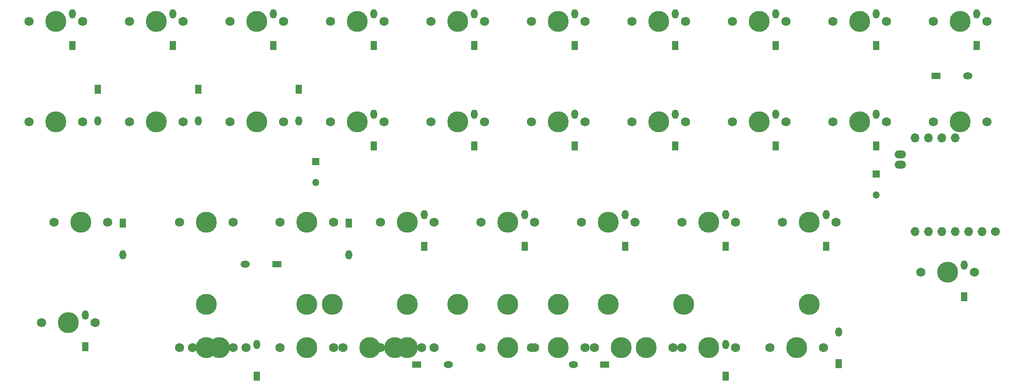
<source format=gbr>
%TF.GenerationSoftware,KiCad,Pcbnew,(7.0.0)*%
%TF.CreationDate,2024-02-27T19:35:31+01:00*%
%TF.ProjectId,pandemonium,70616e64-656d-46f6-9e69-756d2e6b6963,rev?*%
%TF.SameCoordinates,Original*%
%TF.FileFunction,Soldermask,Top*%
%TF.FilePolarity,Negative*%
%FSLAX46Y46*%
G04 Gerber Fmt 4.6, Leading zero omitted, Abs format (unit mm)*
G04 Created by KiCad (PCBNEW (7.0.0)) date 2024-02-27 19:35:31*
%MOMM*%
%LPD*%
G01*
G04 APERTURE LIST*
%ADD10C,1.750000*%
%ADD11C,3.987800*%
%ADD12R,1.350000X1.350000*%
%ADD13O,1.350000X1.350000*%
%ADD14R,1.300000X1.778000*%
%ADD15O,1.300000X1.778000*%
%ADD16C,1.700000*%
%ADD17O,1.700000X1.700000*%
%ADD18O,2.200000X1.500000*%
%ADD19R,1.778000X1.300000*%
%ADD20O,1.778000X1.300000*%
G04 APERTURE END LIST*
D10*
%TO.C,MX42*%
X143351250Y-95250000D03*
D11*
X148431250Y-95250000D03*
D10*
X153511250Y-95250000D03*
%TD*%
%TO.C,MX14*%
X64770000Y-95250000D03*
D11*
X69850000Y-95250000D03*
D10*
X74930000Y-95250000D03*
%TD*%
%TO.C,MX5*%
X51117500Y-71437500D03*
D11*
X46037500Y-71437500D03*
D10*
X40957500Y-71437500D03*
%TD*%
%TO.C,MX12*%
X74930000Y-71437500D03*
D11*
X69850000Y-71437500D03*
D10*
X64770000Y-71437500D03*
%TD*%
D11*
%TO.C,S2*%
X127000000Y-86995000D03*
X88900000Y-86995000D03*
%TD*%
D10*
%TO.C,MX35*%
X83820000Y-95250000D03*
D11*
X88900000Y-95250000D03*
D10*
X93980000Y-95250000D03*
%TD*%
%TO.C,MX43*%
X148113750Y-95250000D03*
D11*
X153193750Y-95250000D03*
D10*
X158273750Y-95250000D03*
%TD*%
%TO.C,MX26*%
X102870000Y-71437500D03*
D11*
X107950000Y-71437500D03*
D10*
X113030000Y-71437500D03*
%TD*%
%TO.C,MX16*%
X169545000Y-33337500D03*
D11*
X174625000Y-33337500D03*
D10*
X179705000Y-33337500D03*
%TD*%
%TO.C,MX31*%
X112395000Y-52387500D03*
D11*
X117475000Y-52387500D03*
D10*
X122555000Y-52387500D03*
%TD*%
%TO.C,MX29*%
X112395000Y-33337500D03*
D11*
X117475000Y-33337500D03*
D10*
X122555000Y-33337500D03*
%TD*%
%TO.C,MX36*%
X67151250Y-95250000D03*
D11*
X72231250Y-95250000D03*
D10*
X77311250Y-95250000D03*
%TD*%
%TO.C,MX8*%
X55245000Y-33337500D03*
D11*
X60325000Y-33337500D03*
D10*
X65405000Y-33337500D03*
%TD*%
%TO.C,MX37*%
X100488750Y-95250000D03*
D11*
X105568750Y-95250000D03*
D10*
X110648750Y-95250000D03*
%TD*%
D11*
%TO.C,S3*%
X184150000Y-86995000D03*
X146050000Y-86995000D03*
%TD*%
D10*
%TO.C,MX18*%
X169545000Y-52387500D03*
D11*
X174625000Y-52387500D03*
D10*
X179705000Y-52387500D03*
%TD*%
%TO.C,MX24*%
X93345000Y-52387500D03*
D11*
X98425000Y-52387500D03*
D10*
X103505000Y-52387500D03*
%TD*%
%TO.C,MX44*%
X176688750Y-95250000D03*
D11*
X181768750Y-95250000D03*
D10*
X186848750Y-95250000D03*
%TD*%
%TO.C,MX19*%
X93980000Y-71437500D03*
D11*
X88900000Y-71437500D03*
D10*
X83820000Y-71437500D03*
%TD*%
%TO.C,MX21*%
X102870000Y-95250000D03*
D11*
X107950000Y-95250000D03*
D10*
X113030000Y-95250000D03*
%TD*%
%TO.C,MX15*%
X74295000Y-33337500D03*
D11*
X79375000Y-33337500D03*
D10*
X84455000Y-33337500D03*
%TD*%
%TO.C,MX4*%
X131445000Y-52387500D03*
D11*
X136525000Y-52387500D03*
D10*
X141605000Y-52387500D03*
%TD*%
%TO.C,MX2*%
X131445000Y-33337500D03*
D11*
X136525000Y-33337500D03*
D10*
X141605000Y-33337500D03*
%TD*%
%TO.C,MX11*%
X150495000Y-52387500D03*
D11*
X155575000Y-52387500D03*
D10*
X160655000Y-52387500D03*
%TD*%
%TO.C,MX9*%
X150495000Y-33337500D03*
D11*
X155575000Y-33337500D03*
D10*
X160655000Y-33337500D03*
%TD*%
%TO.C,MX38*%
X95726250Y-95250000D03*
D11*
X100806250Y-95250000D03*
D10*
X105886250Y-95250000D03*
%TD*%
D11*
%TO.C,S8*%
X184150000Y-86995000D03*
X88900000Y-86995000D03*
%TD*%
D10*
%TO.C,MX20*%
X179070000Y-71437500D03*
D11*
X184150000Y-71437500D03*
D10*
X189230000Y-71437500D03*
%TD*%
%TO.C,MX3*%
X36195000Y-52387500D03*
D11*
X41275000Y-52387500D03*
D10*
X46355000Y-52387500D03*
%TD*%
%TO.C,MX30*%
X207645000Y-33337500D03*
D11*
X212725000Y-33337500D03*
D10*
X217805000Y-33337500D03*
%TD*%
%TO.C,MX39*%
X121920000Y-95250000D03*
D11*
X127000000Y-95250000D03*
D10*
X132080000Y-95250000D03*
%TD*%
D11*
%TO.C,S6*%
X117475000Y-86995000D03*
X93662500Y-86995000D03*
%TD*%
D10*
%TO.C,MX6*%
X140970000Y-71437500D03*
D11*
X146050000Y-71437500D03*
D10*
X151130000Y-71437500D03*
%TD*%
D11*
%TO.C,S4*%
X107950000Y-86995000D03*
X69850000Y-86995000D03*
%TD*%
D10*
%TO.C,MX10*%
X55245000Y-52387500D03*
D11*
X60325000Y-52387500D03*
D10*
X65405000Y-52387500D03*
%TD*%
%TO.C,MX17*%
X74295000Y-52387500D03*
D11*
X79375000Y-52387500D03*
D10*
X84455000Y-52387500D03*
%TD*%
%TO.C,MX27*%
X205263750Y-80962500D03*
D11*
X210343750Y-80962500D03*
D10*
X215423750Y-80962500D03*
%TD*%
D11*
%TO.C,S9*%
X184150000Y-86995000D03*
X69850000Y-86995000D03*
%TD*%
D10*
%TO.C,MX23*%
X188595000Y-33337500D03*
D11*
X193675000Y-33337500D03*
D10*
X198755000Y-33337500D03*
%TD*%
%TO.C,MX1*%
X36195000Y-33337500D03*
D11*
X41275000Y-33337500D03*
D10*
X46355000Y-33337500D03*
%TD*%
%TO.C,MX22*%
X93345000Y-33337500D03*
D11*
X98425000Y-33337500D03*
D10*
X103505000Y-33337500D03*
%TD*%
D12*
%TO.C,J2*%
X196849999Y-62293749D03*
D13*
X196849999Y-66293749D03*
%TD*%
D10*
%TO.C,MX25*%
X188595000Y-52387500D03*
D11*
X193675000Y-52387500D03*
D10*
X198755000Y-52387500D03*
%TD*%
D11*
%TO.C,S7*%
X160337500Y-86995000D03*
X136525000Y-86995000D03*
%TD*%
D10*
%TO.C,MX28*%
X160020000Y-95250000D03*
D11*
X165100000Y-95250000D03*
D10*
X170180000Y-95250000D03*
%TD*%
%TO.C,MX32*%
X207645000Y-52387500D03*
D11*
X212725000Y-52387500D03*
D10*
X217805000Y-52387500D03*
%TD*%
%TO.C,MX7*%
X38576250Y-90487500D03*
D11*
X43656250Y-90487500D03*
D10*
X48736250Y-90487500D03*
%TD*%
%TO.C,MX33*%
X121920000Y-71437500D03*
D11*
X127000000Y-71437500D03*
D10*
X132080000Y-71437500D03*
%TD*%
%TO.C,MX34*%
X131445000Y-95250000D03*
D11*
X136525000Y-95250000D03*
D10*
X141605000Y-95250000D03*
%TD*%
%TO.C,MX13*%
X160020000Y-71437500D03*
D11*
X165100000Y-71437500D03*
D10*
X170180000Y-71437500D03*
%TD*%
D14*
%TO.C,D6*%
X149224999Y-76024999D03*
D15*
X149224999Y-70024999D03*
%TD*%
D16*
%TO.C,J1*%
X219386662Y-73189580D03*
D17*
X216846661Y-73189579D03*
X214306661Y-73189579D03*
X211766661Y-73189579D03*
X209226661Y-73189579D03*
X206686661Y-73189579D03*
X204146661Y-73189579D03*
D18*
X201352661Y-60489579D03*
X201352661Y-58584579D03*
D17*
X204146661Y-55409579D03*
X206686661Y-55409579D03*
X209226661Y-55409579D03*
X211766661Y-55409579D03*
%TD*%
D14*
%TO.C,D17*%
X87312499Y-46212499D03*
D15*
X87312499Y-52212499D03*
%TD*%
D14*
%TO.C,D35*%
X130174999Y-76024999D03*
D15*
X130174999Y-70024999D03*
%TD*%
D14*
%TO.C,D9*%
X158749999Y-37924999D03*
D15*
X158749999Y-31924999D03*
%TD*%
D19*
%TO.C,D24*%
X145366999Y-98424999D03*
D20*
X139366999Y-98424999D03*
%TD*%
D14*
%TO.C,D31*%
X196849999Y-56974999D03*
D15*
X196849999Y-50974999D03*
%TD*%
D14*
%TO.C,D13*%
X168274999Y-76024999D03*
D15*
X168274999Y-70024999D03*
%TD*%
D14*
%TO.C,D18*%
X177799999Y-56974999D03*
D15*
X177799999Y-50974999D03*
%TD*%
D19*
%TO.C,D12*%
X83168749Y-79374999D03*
D20*
X77168749Y-79374999D03*
%TD*%
D14*
%TO.C,D20*%
X187324999Y-76024999D03*
D15*
X187324999Y-70024999D03*
%TD*%
D14*
%TO.C,D37*%
X213518749Y-85549999D03*
D15*
X213518749Y-79549999D03*
%TD*%
D19*
%TO.C,D32*%
X208137499Y-43656249D03*
D20*
X214137499Y-43656249D03*
%TD*%
D12*
%TO.C,J3*%
X90556249Y-59912499D03*
D13*
X90556249Y-63912499D03*
%TD*%
D14*
%TO.C,D29*%
X120649999Y-56974999D03*
D15*
X120649999Y-50974999D03*
%TD*%
D14*
%TO.C,D2*%
X139699999Y-37924999D03*
D15*
X139699999Y-31924999D03*
%TD*%
D14*
%TO.C,D15*%
X82549999Y-37924999D03*
D15*
X82549999Y-31924999D03*
%TD*%
D14*
%TO.C,D28*%
X101599999Y-56974999D03*
D15*
X101599999Y-50974999D03*
%TD*%
D14*
%TO.C,D34*%
X111124999Y-76024999D03*
D15*
X111124999Y-70024999D03*
%TD*%
D14*
%TO.C,D16*%
X177799999Y-37924999D03*
D15*
X177799999Y-31924999D03*
%TD*%
D14*
%TO.C,D40*%
X168274999Y-100631249D03*
D15*
X168274999Y-94631249D03*
%TD*%
D14*
%TO.C,D23*%
X120649999Y-37924999D03*
D15*
X120649999Y-31924999D03*
%TD*%
D14*
%TO.C,D4*%
X139699999Y-56974999D03*
D15*
X139699999Y-50974999D03*
%TD*%
D14*
%TO.C,D11*%
X158749999Y-56974999D03*
D15*
X158749999Y-50974999D03*
%TD*%
D14*
%TO.C,D3*%
X49212499Y-46212499D03*
D15*
X49212499Y-52212499D03*
%TD*%
D14*
%TO.C,D25*%
X196849999Y-37924999D03*
D15*
X196849999Y-31924999D03*
%TD*%
D14*
%TO.C,D19*%
X96837499Y-71612499D03*
D15*
X96837499Y-77612499D03*
%TD*%
D14*
%TO.C,D14*%
X79374999Y-100631249D03*
D15*
X79374999Y-94631249D03*
%TD*%
D14*
%TO.C,D22*%
X101599999Y-37924999D03*
D15*
X101599999Y-31924999D03*
%TD*%
D14*
%TO.C,D1*%
X44449999Y-37924999D03*
D15*
X44449999Y-31924999D03*
%TD*%
D14*
%TO.C,D10*%
X68262499Y-46212499D03*
D15*
X68262499Y-52212499D03*
%TD*%
D14*
%TO.C,D7*%
X46831249Y-95074999D03*
D15*
X46831249Y-89074999D03*
%TD*%
D14*
%TO.C,D5*%
X53974999Y-71612499D03*
D15*
X53974999Y-77612499D03*
%TD*%
D14*
%TO.C,D27*%
X189706249Y-98249999D03*
D15*
X189706249Y-92249999D03*
%TD*%
D19*
%TO.C,D21*%
X109712499Y-98424999D03*
D20*
X115712499Y-98424999D03*
%TD*%
D14*
%TO.C,D8*%
X63499999Y-37924999D03*
D15*
X63499999Y-31924999D03*
%TD*%
D14*
%TO.C,D26*%
X215899999Y-37924999D03*
D15*
X215899999Y-31924999D03*
%TD*%
M02*

</source>
